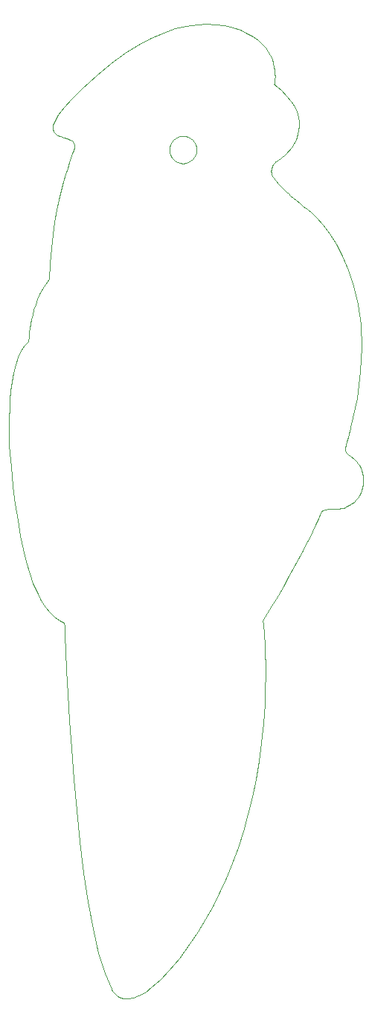
<source format=gbo>
G04 EAGLE Gerber RS-274X export*
G75*
%MOMM*%
%FSLAX34Y34*%
%LPD*%
%INSilk bottom*%
%IPPOS*%
%AMOC8*
5,1,8,0,0,1.08239X$1,22.5*%
G01*
%ADD10C,0.001000*%


D10*
X420454Y640101D02*
X420149Y640371D01*
X419841Y640637D01*
X419531Y640899D01*
X419218Y641156D01*
X418902Y641410D01*
X418583Y641659D01*
X418262Y641904D01*
X417939Y642144D01*
X417613Y642380D01*
X417285Y642612D01*
X416954Y642840D01*
X416622Y643062D01*
X416287Y643281D01*
X415950Y643495D01*
X415610Y643704D01*
X415269Y643908D01*
X415202Y643951D01*
X415015Y644080D01*
X414728Y644294D01*
X414363Y644593D01*
X413940Y644977D01*
X413481Y645445D01*
X413007Y645997D01*
X412537Y646633D01*
X412094Y647353D01*
X411697Y648155D01*
X411369Y649040D01*
X411130Y650007D01*
X411000Y651056D01*
X411001Y652186D01*
X411154Y653398D01*
X411479Y654691D01*
X411839Y655922D01*
X412207Y657195D01*
X412582Y658504D01*
X412963Y659842D01*
X413347Y661202D01*
X413732Y662579D01*
X414118Y663966D01*
X414501Y665356D01*
X414880Y666742D01*
X415253Y668120D01*
X415619Y669481D01*
X415974Y670820D01*
X416319Y672130D01*
X416650Y673405D01*
X416965Y674639D01*
X417264Y675824D01*
X424276Y709087D01*
X428228Y739649D01*
X429481Y767585D01*
X428394Y792973D01*
X425327Y815889D01*
X420639Y836410D01*
X414691Y854613D01*
X407841Y870574D01*
X400450Y884370D01*
X392877Y896078D01*
X385483Y905774D01*
X378626Y913535D01*
X372667Y919438D01*
X367965Y923559D01*
X364880Y925976D01*
X363772Y926764D01*
X359084Y930697D01*
X355052Y934095D01*
X351611Y937015D01*
X348696Y939513D01*
X346242Y941646D01*
X344184Y943469D01*
X342457Y945039D01*
X340997Y946413D01*
X339739Y947645D01*
X338617Y948793D01*
X337567Y949913D01*
X336525Y951060D01*
X335424Y952292D01*
X334201Y953664D01*
X332790Y955232D01*
X331126Y957054D01*
X329361Y959217D01*
X328078Y961318D01*
X327226Y963346D01*
X326756Y965291D01*
X326615Y967141D01*
X326753Y968886D01*
X327120Y970516D01*
X327664Y972019D01*
X328335Y973385D01*
X329081Y974604D01*
X329852Y975665D01*
X330597Y976556D01*
X331264Y977268D01*
X331804Y977790D01*
X332166Y978111D01*
X332297Y978220D01*
X334816Y979993D01*
X337139Y981750D01*
X339271Y983476D01*
X341218Y985159D01*
X342982Y986784D01*
X344570Y988339D01*
X345985Y989810D01*
X347232Y991183D01*
X348315Y992445D01*
X349239Y993582D01*
X350009Y994582D01*
X350629Y995430D01*
X351103Y996113D01*
X351436Y996618D01*
X351632Y996930D01*
X351697Y997037D01*
X351969Y997427D01*
X352692Y998565D01*
X353722Y1000401D01*
X354917Y1002888D01*
X356134Y1005978D01*
X357230Y1009621D01*
X358062Y1013769D01*
X358487Y1018374D01*
X358364Y1023387D01*
X357548Y1028760D01*
X355898Y1034445D01*
X353271Y1040392D01*
X349523Y1046554D01*
X344512Y1052882D01*
X338096Y1059328D01*
X330131Y1065843D01*
X330240Y1066386D01*
X330453Y1067634D01*
X330702Y1069517D01*
X330919Y1071965D01*
X331036Y1074909D01*
X330984Y1078280D01*
X330695Y1082010D01*
X330100Y1086028D01*
X329133Y1090265D01*
X327723Y1094653D01*
X325804Y1099122D01*
X323306Y1103602D01*
X320162Y1108025D01*
X316304Y1112322D01*
X311662Y1116422D01*
X306170Y1120258D01*
X299242Y1124140D01*
X291551Y1127594D01*
X283110Y1130494D01*
X273933Y1132715D01*
X264031Y1134132D01*
X253417Y1134621D01*
X242105Y1134056D01*
X230106Y1132312D01*
X217434Y1129264D01*
X204101Y1124788D01*
X190120Y1118757D01*
X175503Y1111047D01*
X160264Y1101533D01*
X144414Y1090090D01*
X127968Y1076593D01*
X110936Y1060916D01*
X99472Y1049347D01*
X90763Y1039624D01*
X84533Y1031568D01*
X80502Y1024997D01*
X78394Y1019734D01*
X77932Y1015596D01*
X78836Y1012406D01*
X80830Y1009982D01*
X83637Y1008144D01*
X86977Y1006714D01*
X90575Y1005510D01*
X94151Y1004354D01*
X97429Y1003065D01*
X100131Y1001462D01*
X101979Y999368D01*
X102695Y996600D01*
X102449Y994277D01*
X101687Y991232D01*
X100478Y987415D01*
X98885Y982773D01*
X96977Y977255D01*
X94817Y970809D01*
X92473Y963384D01*
X90011Y954928D01*
X87496Y945390D01*
X84994Y934717D01*
X82571Y922859D01*
X80294Y909763D01*
X78228Y895377D01*
X76439Y879652D01*
X74993Y862534D01*
X73956Y843972D01*
X69948Y838718D01*
X66426Y833162D01*
X63358Y827392D01*
X60714Y821497D01*
X58462Y815565D01*
X56570Y809685D01*
X55008Y803945D01*
X53743Y798434D01*
X52745Y793239D01*
X51982Y788451D01*
X51422Y784156D01*
X51035Y780444D01*
X50788Y777402D01*
X50650Y775121D01*
X50591Y773687D01*
X50578Y773189D01*
X45858Y768816D01*
X41841Y762790D01*
X38471Y755376D01*
X35695Y746842D01*
X33457Y737456D01*
X31701Y727484D01*
X30374Y717194D01*
X29420Y706853D01*
X28784Y696728D01*
X28412Y687086D01*
X28247Y678195D01*
X28236Y670321D01*
X28323Y663731D01*
X28453Y658694D01*
X28571Y655476D01*
X28623Y654343D01*
X30608Y630813D01*
X32852Y608894D01*
X35355Y588555D01*
X38117Y569762D01*
X41137Y552484D01*
X44414Y536688D01*
X47950Y522341D01*
X51744Y509410D01*
X55795Y497865D01*
X60104Y487670D01*
X64669Y478796D01*
X69492Y471208D01*
X74571Y464874D01*
X79907Y459762D01*
X85499Y455840D01*
X91347Y453074D01*
X91470Y449289D01*
X91860Y438509D01*
X92554Y421596D01*
X93586Y399413D01*
X94992Y372824D01*
X96806Y342690D01*
X99064Y309875D01*
X101801Y275241D01*
X105051Y239651D01*
X108851Y203968D01*
X113235Y169055D01*
X118238Y135774D01*
X123896Y104988D01*
X130243Y77560D01*
X137315Y54352D01*
X145146Y36228D01*
X145387Y35733D01*
X146138Y34435D01*
X147443Y32613D01*
X149344Y30546D01*
X151885Y28516D01*
X155109Y26800D01*
X159059Y25679D01*
X163778Y25432D01*
X169308Y26339D01*
X175694Y28679D01*
X182978Y32732D01*
X191203Y38777D01*
X200412Y47095D01*
X210649Y57964D01*
X221957Y71665D01*
X234378Y88476D01*
X243290Y101778D01*
X251878Y115899D01*
X260109Y130811D01*
X267951Y146484D01*
X275370Y162889D01*
X282336Y179997D01*
X288815Y197778D01*
X294776Y216202D01*
X300186Y235242D01*
X305013Y254866D01*
X309225Y275046D01*
X312789Y295753D01*
X315674Y316957D01*
X317846Y338629D01*
X319275Y360740D01*
X319926Y383259D01*
X319981Y388757D01*
X320017Y394085D01*
X320032Y399253D01*
X320023Y404268D01*
X319988Y409140D01*
X319924Y413878D01*
X319829Y418489D01*
X319701Y422982D01*
X319537Y427367D01*
X319335Y431651D01*
X319093Y435843D01*
X318808Y439952D01*
X318479Y443986D01*
X318101Y447954D01*
X317674Y451865D01*
X317194Y455727D01*
X322364Y464064D01*
X327387Y472314D01*
X332265Y480475D01*
X337000Y488548D01*
X341594Y496534D01*
X346048Y504434D01*
X350364Y512246D01*
X354544Y519973D01*
X358589Y527613D01*
X362501Y535168D01*
X366283Y542638D01*
X369935Y550022D01*
X373459Y557323D01*
X376857Y564539D01*
X380130Y571671D01*
X383281Y578720D01*
X383305Y578764D01*
X383378Y578886D01*
X383505Y579076D01*
X383692Y579321D01*
X383943Y579611D01*
X384264Y579933D01*
X384658Y580276D01*
X385132Y580628D01*
X385689Y580978D01*
X386335Y581314D01*
X387074Y581624D01*
X387912Y581897D01*
X388853Y582122D01*
X389903Y582286D01*
X391065Y582377D01*
X392345Y582386D01*
X394069Y582350D01*
X395783Y582340D01*
X397487Y582363D01*
X399179Y582424D01*
X400858Y582531D01*
X402524Y582688D01*
X404174Y582903D01*
X405807Y583182D01*
X407422Y583531D01*
X409019Y583957D01*
X410594Y584465D01*
X412148Y585063D01*
X413679Y585756D01*
X415186Y586550D01*
X416667Y587453D01*
X418121Y588470D01*
X420756Y590649D01*
X423111Y593036D01*
X425185Y595609D01*
X426973Y598343D01*
X428473Y601215D01*
X429680Y604202D01*
X430591Y607280D01*
X431203Y610425D01*
X431513Y613614D01*
X431517Y616824D01*
X431211Y620031D01*
X430593Y623211D01*
X429658Y626342D01*
X428404Y629399D01*
X426826Y632359D01*
X424922Y635199D01*
X424667Y635537D01*
X424409Y635870D01*
X424148Y636199D01*
X423883Y636524D01*
X423614Y636845D01*
X423343Y637162D01*
X423068Y637475D01*
X422790Y637783D01*
X422509Y638088D01*
X422225Y638388D01*
X421937Y638684D01*
X421647Y638975D01*
X421353Y639263D01*
X421056Y639547D01*
X420757Y639826D01*
X420454Y640101D01*
X215561Y980361D02*
X213545Y982768D01*
X215561Y980361D02*
X217943Y978462D01*
X220605Y977087D01*
X223459Y976253D01*
X226420Y975977D01*
X229401Y976274D01*
X232316Y977162D01*
X235077Y978658D01*
X237483Y980673D01*
X239382Y983055D01*
X240757Y985716D01*
X241590Y988570D01*
X241866Y991531D01*
X241568Y994512D01*
X240680Y997426D01*
X239184Y1000186D01*
X237170Y1002592D01*
X234789Y1004490D01*
X232128Y1005865D01*
X229273Y1006700D01*
X226312Y1006977D01*
X223331Y1006680D01*
X220417Y1005792D01*
X217655Y1004297D01*
X215249Y1002282D01*
X213350Y999901D01*
X211976Y997239D01*
X211143Y994385D01*
X210866Y991423D01*
X211164Y988442D01*
X212051Y985528D01*
X213545Y982768D01*
M02*

</source>
